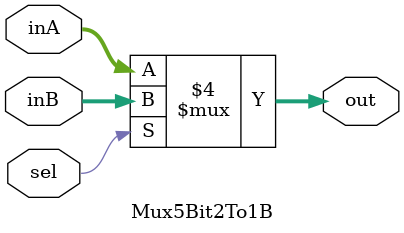
<source format=v>
`timescale 1ns / 1ps
module Mux5Bit2To1B(out, inA, inB, sel);

    output reg [4:0] out;
    
    input [4:0] inA;
    input [4:0] inB;
    input sel;
	 
always @(sel, inA, inB) begin
		
		if(sel == 1)begin
		out <= inB;
		end

		else begin
		out <= inA;
		end


	end

endmodule

</source>
